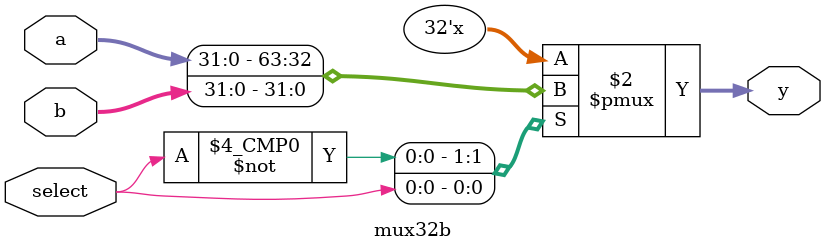
<source format=v>
`timescale 1ns / 1ps

module mux32b(select,a,b,y);
input select;
input[31:0] a,b;
output reg [31:0] y;
always@(select,a,b) begin

case(select)
	1'b0:y=a;
	1'b1:y=b;
endcase
end
endmodule
</source>
